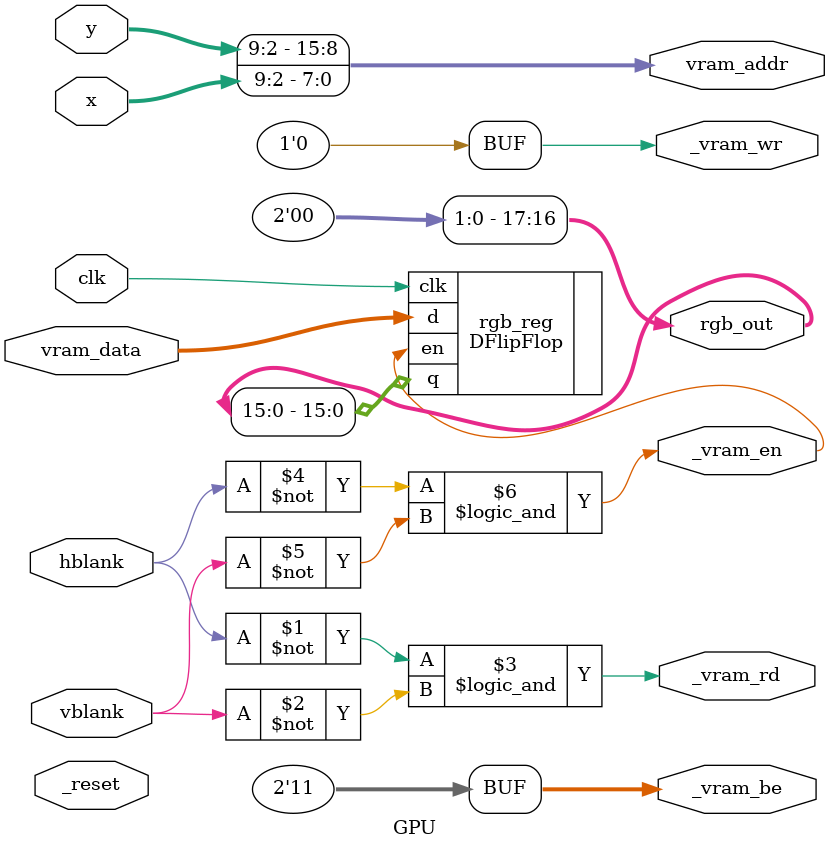
<source format=v>



module GPU(clk, _reset, x, y, vblank, hblank,
           _vram_en, _vram_rd, _vram_wr, _vram_be,
           vram_addr, vram_data, rgb_out);
  parameter VRAM_ADDR_BUS_WIDTH=16;
  parameter VRAM_DATA_BUS_WIDTH=16;
  parameter RGB_COLOR_DEPTH=18;
  parameter SCREEN_X_WIDTH=10;
  parameter SCREEN_Y_WIDTH=10;

  input clk;                      // System clock
  input _reset;                   // Reset (active low)
  input [SCREEN_X_WIDTH-1:0] x;   // Current screen refresh coordinates
  input [SCREEN_Y_WIDTH-1:0] y;
  input hblank, vblank;           // Screen blanking signals

  // VRAM interface
  output wire _vram_en;         // Chip enable (active low)
  output wire _vram_rd;         // Read enable (active low)
  output wire _vram_wr;         // Write enable (active low)
  output wire [1:0] _vram_be;   // Byte enable (active low)

  output [VRAM_ADDR_BUS_WIDTH-1:0] vram_addr;     // Address bus
  input [VRAM_DATA_BUS_WIDTH-1:0] vram_data;      // Data bus

  output wire [RGB_COLOR_DEPTH-1:0] rgb_out;      // Color output.

  assign _vram_wr = 1'b0;
  assign _vram_rd = ~hblank && ~vblank;
  assign _vram_en = ~hblank && ~vblank;
  assign _vram_be = 2'b11;
  assign vram_addr = { y[9:2], x[9:2] };

  // TODO: Build GPU here.
  DFlipFlop #(VRAM_DATA_BUS_WIDTH)
      rgb_reg(.clk(clk),
              .en(_vram_en),
              .d(vram_data),
              .q(rgb_out[VRAM_DATA_BUS_WIDTH-1:0]));
  assign rgb_out[RGB_COLOR_DEPTH-1:RGB_COLOR_DEPTH-2] = 2'b0;

endmodule

</source>
